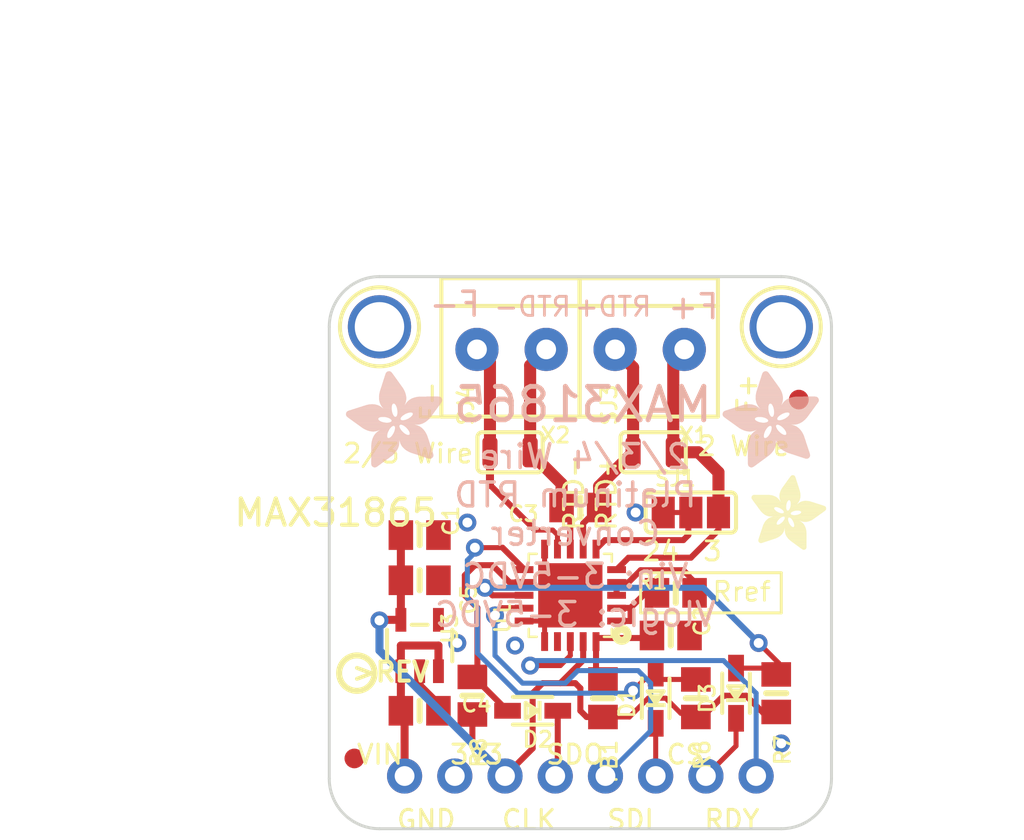
<source format=kicad_pcb>
(kicad_pcb (version 20171130) (host pcbnew 5.0.0-fee4fd1~66~ubuntu14.04.1)
  (layers (0 Top signal) (31 Bottom signal) (34 B.Paste user) (35 F.Paste user) (36 B.SilkS user) (37 F.SilkS user) (38 B.Mask user) (39 F.Mask user) (44 Edge.Cuts user))
  (net 0 "")
  (net 1 GND)
  (net 2 VDD)
  (net 3 VIN)
  (net 4 N$3)
  (net 5 /SDO)
  (net 6 "Net-(D3-PadA)")
  (net 7 "Net-(D2-PadA)")
  (net 8 "Net-(D1-PadA)")
  (net 9 "Net-(SJ4-Pad1)")
  (net 10 "Net-(C3-Pad2)")
  (net 11 "Net-(C3-Pad1)")
  (net 12 "Net-(SJ1-Pad2)")
  (net 13 "Net-(SJ1-Pad3)")
  (net 14 "Net-(R1-Pad1)")
  (net 15 "Net-(R1-Pad2)")
  (net 16 "Net-(C2-Pad1)")
  (net 17 /DRDY)
  (net 18 "Net-(U1-Pad17)")
  (net 19 "Net-(U3-Pad4)")
  (net 20 /CS_5V)
  (net 21 /SDI_5V)
  (net 22 /SCLK_5V)
  (module "Adafruit MAX31865:QFN20_4MM_0.65MM" (layer Top) (at 147.9931 107.1626 90)
    (fp_text reference U1 (at -2.005 -2.967 90) (layer F.SilkS) (effects (font (size 0.77216 0.77216) (thickness 0.138988)) (justify left bottom)))
    (fp_text value MAX31865)
    (pad PAD smd rect (at 0 0 90) (size 3.25 3.25) (layers Top F.Mask) (net 1 GND))
    (pad 15 smd rect (at -1.3 -2.34 90) (size 0.35 0.95) (layers Top F.Paste F.Mask) (net 1 GND))
    (pad 14 smd rect (at -0.65 -2.34 90) (size 0.35 0.95) (layers Top F.Paste F.Mask) (net 5 /SDO))
    (pad 13 smd rect (at 0 -2.34 90) (size 0.35 0.95) (layers Top F.Paste F.Mask) (net 6 "Net-(D3-PadA)"))
    (pad 12 smd rect (at 0.65 -2.34 90) (size 0.35 0.95) (layers Top F.Paste F.Mask) (net 7 "Net-(D2-PadA)"))
    (pad 11 smd rect (at 1.3 -2.34 90) (size 0.35 0.95) (layers Top F.Paste F.Mask) (net 8 "Net-(D1-PadA)"))
    (pad 10 smd rect (at 2.34 -1.3) (size 0.35 0.95) (layers Top F.Paste F.Mask) (net 1 GND))
    (pad 9 smd rect (at 2.34 -0.65) (size 0.35 0.95) (layers Top F.Paste F.Mask) (net 9 "Net-(SJ4-Pad1)"))
    (pad 8 smd rect (at 2.34 0) (size 0.35 0.95) (layers Top F.Paste F.Mask) (net 10 "Net-(C3-Pad2)"))
    (pad 7 smd rect (at 2.34 0.65) (size 0.35 0.95) (layers Top F.Paste F.Mask) (net 11 "Net-(C3-Pad1)"))
    (pad 6 smd rect (at 2.34 1.3) (size 0.35 0.95) (layers Top F.Paste F.Mask) (net 12 "Net-(SJ1-Pad2)"))
    (pad 5 smd rect (at 1.3 2.34 270) (size 0.35 0.95) (layers Top F.Paste F.Mask) (net 13 "Net-(SJ1-Pad3)"))
    (pad 4 smd rect (at 0.65 2.34 270) (size 0.35 0.95) (layers Top F.Paste F.Mask) (net 14 "Net-(R1-Pad1)"))
    (pad 3 smd rect (at 0 2.34 270) (size 0.35 0.95) (layers Top F.Paste F.Mask) (net 14 "Net-(R1-Pad1)"))
    (pad 2 smd rect (at -0.65 2.34 270) (size 0.35 0.95) (layers Top F.Paste F.Mask) (net 15 "Net-(R1-Pad2)"))
    (pad 1 smd rect (at -1.3 2.34 270) (size 0.35 0.95) (layers Top F.Paste F.Mask) (net 15 "Net-(R1-Pad2)"))
    (pad 20 smd rect (at -2.34 1.3 180) (size 0.35 0.95) (layers Top F.Paste F.Mask) (net 16 "Net-(C2-Pad1)"))
    (pad 19 smd rect (at -2.34 0.65 180) (size 0.35 0.95) (layers Top F.Paste F.Mask) (net 2 VDD))
    (pad 18 smd rect (at -2.34 0 180) (size 0.35 0.95) (layers Top F.Paste F.Mask) (net 17 /DRDY))
    (pad 17 smd rect (at -2.34 -0.65 180) (size 0.35 0.95) (layers Top F.Paste F.Mask) (net 18 "Net-(U1-Pad17)"))
    (pad 16 smd rect (at -2.34 -1.3 180) (size 0.35 0.95) (layers Top F.Paste F.Mask) (net 1 GND))
  )
  (module "Adafruit MAX31865:0805-NO" (layer Top) (at 140.3731 104.1146)
    (fp_text reference C1 (at 2.032 0.127 90) (layer F.SilkS) (effects (font (size 0.77216 0.77216) (thickness 0.138988)) (justify left bottom)))
    (fp_text value 0.1uF)
    (pad 2 smd rect (at 0.95 0) (size 1.24 1.5) (layers Top F.Paste F.Mask) (net 1 GND))
    (pad 1 smd rect (at -0.95 0) (size 1.24 1.5) (layers Top F.Paste F.Mask) (net 2 VDD))
  )
  (module "Adafruit MAX31865:0805-NO" (layer Top) (at 153.0731 109.1946)
    (fp_text reference C2 (at 2.032 0.127 90) (layer F.SilkS) (effects (font (size 0.77216 0.77216) (thickness 0.138988)) (justify left bottom)))
    (fp_text value 0.1uF)
    (pad 2 smd rect (at 0.95 0) (size 1.24 1.5) (layers Top F.Paste F.Mask) (net 1 GND))
    (pad 1 smd rect (at -0.95 0) (size 1.24 1.5) (layers Top F.Paste F.Mask) (net 16 "Net-(C2-Pad1)"))
  )
  (module "Adafruit MAX31865:0805-NO" (layer Top) (at 153.3271 107.0356 180)
    (fp_text reference R1 (at 2.032 0.127) (layer F.SilkS) (effects (font (size 0.77216 0.77216) (thickness 0.138988)) (justify left bottom)))
    (fp_text value "430Ω / 4300Ω 0.1%")
    (pad 2 smd rect (at 0.95 0 180) (size 1.24 1.5) (layers Top F.Paste F.Mask) (net 15 "Net-(R1-Pad2)"))
    (pad 1 smd rect (at -0.95 0 180) (size 1.24 1.5) (layers Top F.Paste F.Mask) (net 14 "Net-(R1-Pad1)"))
  )
  (module "Adafruit MAX31865:0805-NO" (layer Top) (at 148.5011 102.7176 180)
    (fp_text reference C3 (at 2.032 0.127) (layer F.SilkS) (effects (font (size 0.77216 0.77216) (thickness 0.138988)) (justify right top)))
    (fp_text value 100nF)
    (pad 2 smd rect (at 0.95 0 180) (size 1.24 1.5) (layers Top F.Paste F.Mask) (net 10 "Net-(C3-Pad2)"))
    (pad 1 smd rect (at -0.95 0 180) (size 1.24 1.5) (layers Top F.Paste F.Mask) (net 11 "Net-(C3-Pad1)"))
  )
  (module "Adafruit MAX31865:TERMBLOCK_1X2-3.5MM" (layer Top) (at 152.0571 94.7166 180)
    (fp_text reference X1 (at -3 -3.89) (layer F.SilkS) (effects (font (size 0.77216 0.77216) (thickness 0.138988)) (justify right top)))
    (fp_text value 3.5mm)
    (pad 2 thru_hole circle (at -1.7 0 180) (size 2.1844 2.1844) (drill 1) (layers *.Cu *.Mask) (net 13 "Net-(SJ1-Pad3)"))
    (pad 1 thru_hole circle (at 1.8 0 180) (size 2.1844 2.1844) (drill 1) (layers *.Cu *.Mask) (net 11 "Net-(C3-Pad1)"))
  )
  (module "Adafruit MAX31865:TERMBLOCK_1X2-3.5MM" (layer Top) (at 145.0721 94.7166 180)
    (fp_text reference X2 (at -3 -3.89) (layer F.SilkS) (effects (font (size 0.77216 0.77216) (thickness 0.138988)) (justify right top)))
    (fp_text value 3.5mm)
    (pad 2 thru_hole circle (at -1.7 0 180) (size 2.1844 2.1844) (drill 1) (layers *.Cu *.Mask) (net 10 "Net-(C3-Pad2)"))
    (pad 1 thru_hole circle (at 1.8 0 180) (size 2.1844 2.1844) (drill 1) (layers *.Cu *.Mask) (net 9 "Net-(SJ4-Pad1)"))
  )
  (module "Adafruit MAX31865:SOLDERJUMPER_2WAY_OPEN_NOPASTE" (layer Top) (at 154.0891 102.9716)
    (fp_text reference SJ1 (at -1.905 -1.27) (layer F.SilkS) (effects (font (size 0.77216 0.77216) (thickness 0.138988)) (justify left bottom)))
    (fp_text value SOLDERJUMPER_2WAY)
    (pad 2 smd rect (at 0 0) (size 1.1684 1.6002) (layers Top F.Mask) (net 12 "Net-(SJ1-Pad2)"))
    (pad 3 smd rect (at 1.397 0) (size 1.1684 1.6002) (layers Top F.Mask) (net 13 "Net-(SJ1-Pad3)"))
    (pad 1 smd rect (at -1.397 0) (size 1.1684 1.6002) (layers Top F.Mask) (net 1 GND))
  )
  (module "Adafruit MAX31865:SOLDERJUMPER_ARROW_NOPASTE" (layer Top) (at 152.1841 99.9236)
    (fp_text reference SJ3 (at -1.778 -1.27 90) (layer F.SilkS) (effects (font (size 0.77216 0.77216) (thickness 0.138988)) (justify left bottom)))
    (fp_text value SOLDERJUMPER)
    (pad 2 smd roundrect (at 1.016 0) (size 0.762 1.524) (layers Top F.Mask) (net 13 "Net-(SJ1-Pad3)"))
    (pad 1 smd roundrect (at -1.016 0) (size 0.762 1.524) (layers Top F.Mask) (net 11 "Net-(C3-Pad1)"))
  )
  (module "Adafruit MAX31865:SOLDERJUMPER_ARROW_NOPASTE" (layer Top) (at 144.9451 99.9236)
    (fp_text reference SJ4 (at -1.778 -1.27 90) (layer F.SilkS) (effects (font (size 0.77216 0.77216) (thickness 0.138988)) (justify left bottom)))
    (fp_text value SOLDERJUMPER)
    (pad 2 smd roundrect (at 1.016 0) (size 0.762 1.524) (layers Top F.Mask) (net 10 "Net-(C3-Pad2)"))
    (pad 1 smd roundrect (at -1.016 0) (size 0.762 1.524) (layers Top F.Mask) (net 9 "Net-(SJ4-Pad1)"))
  )
  (module "Adafruit MAX31865:FIDUCIAL_1MM" (layer Top) (at 159.5501 97.2566 90)
    (fp_text reference FID1 hide)
    (fp_text value FIDUCIAL"" hide)
    (pad 1 smd roundrect (at 0 0 90) (size 1 1) (layers Top F.Mask) (roundrect_rratio 0.5))
  )
  (module "Adafruit MAX31865:FIDUCIAL_1MM" (layer Top) (at 137.0711 115.4176 90)
    (fp_text reference FID2 hide)
    (fp_text value FIDUCIAL"" hide)
    (pad 1 smd roundrect (at 0 0 90) (size 1 1) (layers Top F.Mask) (roundrect_rratio 0.5))
  )
  (module "Adafruit MAX31865:SOT23-5" (layer Top) (at 140.3731 109.7026)
    (fp_text reference U3 (at 1.978 0 90) (layer F.SilkS) (effects (font (size 0.77216 0.77216) (thickness 0.138988)) (justify left bottom)))
    (fp_text value MIC5225-3.3)
    (pad 5 smd rect (at -0.95 -1.3001) (size 0.55 1.2) (layers Top F.Paste F.Mask) (net 2 VDD))
    (pad 4 smd rect (at 0.95 -1.3001) (size 0.55 1.2) (layers Top F.Paste F.Mask) (net 19 "Net-(U3-Pad4)"))
    (pad 3 smd rect (at 0.95 1.3001) (size 0.55 1.2) (layers Top F.Paste F.Mask) (net 3 VIN))
    (pad 2 smd rect (at 0 1.3001) (size 0.55 1.2) (layers Top F.Paste F.Mask) (net 1 GND))
    (pad 1 smd rect (at -0.95 1.3001) (size 0.55 1.2) (layers Top F.Paste F.Mask) (net 3 VIN))
  )
  (module "Adafruit MAX31865:0805-NO" (layer Top) (at 140.3731 113.0046)
    (fp_text reference C4 (at 2.032 0.127) (layer F.SilkS) (effects (font (size 0.77216 0.77216) (thickness 0.138988)) (justify left bottom)))
    (fp_text value 10uF)
    (pad 2 smd rect (at 0.95 0) (size 1.24 1.5) (layers Top F.Paste F.Mask) (net 1 GND))
    (pad 1 smd rect (at -0.95 0) (size 1.24 1.5) (layers Top F.Paste F.Mask) (net 3 VIN))
  )
  (module "Adafruit MAX31865:0805-NO" (layer Top) (at 140.3731 106.4006)
    (fp_text reference C5 (at 2.032 0.127 90) (layer F.SilkS) (effects (font (size 0.77216 0.77216) (thickness 0.138988)) (justify right top)))
    (fp_text value 10uF)
    (pad 2 smd rect (at 0.95 0) (size 1.24 1.5) (layers Top F.Paste F.Mask) (net 1 GND))
    (pad 1 smd rect (at -0.95 0) (size 1.24 1.5) (layers Top F.Paste F.Mask) (net 2 VDD))
  )
  (module "Adafruit MAX31865:1X08_ROUND_70" (layer Top) (at 148.5011 116.3066)
    (fp_text reference JP1 hide)
    (fp_text value HEADER-1X870MIL)
    (pad 8 thru_hole circle (at 8.89 0 90) (size 1.778 1.778) (drill 1) (layers *.Cu *.Mask) (net 17 /DRDY))
    (pad 7 thru_hole circle (at 6.35 0 90) (size 1.778 1.778) (drill 1) (layers *.Cu *.Mask) (net 20 /CS_5V))
    (pad 6 thru_hole circle (at 3.81 0 90) (size 1.778 1.778) (drill 1) (layers *.Cu *.Mask) (net 21 /SDI_5V))
    (pad 5 thru_hole circle (at 1.27 0 90) (size 1.778 1.778) (drill 1) (layers *.Cu *.Mask) (net 5 /SDO))
    (pad 4 thru_hole circle (at -1.27 0 90) (size 1.778 1.778) (drill 1) (layers *.Cu *.Mask) (net 22 /SCLK_5V))
    (pad 3 thru_hole circle (at -3.81 0 90) (size 1.778 1.778) (drill 1) (layers *.Cu *.Mask) (net 2 VDD))
    (pad 2 thru_hole circle (at -6.35 0 90) (size 1.778 1.778) (drill 1) (layers *.Cu *.Mask) (net 1 GND))
    (pad 1 thru_hole circle (at -8.89 0 90) (size 1.778 1.778) (drill 1) (layers *.Cu *.Mask) (net 3 VIN))
  )
  (module "Adafruit MAX31865:ADAFRUIT_3.5MM" (layer Top) (at 157.1371 104.8766)
    (fp_text reference U$16 hide)
    (fp_text value "" hide)
  )
  (module "Adafruit MAX31865:0805-NO" (layer Top) (at 154.3431 112.3696 270)
    (fp_text reference R6 (at 2.032 0.127 90) (layer F.SilkS) (effects (font (size 0.77216 0.77216) (thickness 0.138988)) (justify right top)))
    (fp_text value 10K)
    (pad 2 smd rect (at 0.95 0 270) (size 1.24 1.5) (layers Top F.Paste F.Mask) (net 2 VDD))
    (pad 1 smd rect (at -0.95 0 270) (size 1.24 1.5) (layers Top F.Paste F.Mask) (net 8 "Net-(D1-PadA)"))
  )
  (module "Adafruit MAX31865:0805-NO" (layer Top) (at 158.4071 112.1156 270)
    (fp_text reference R7 (at 2.032 0.127 90) (layer F.SilkS) (effects (font (size 0.77216 0.77216) (thickness 0.138988)) (justify right top)))
    (fp_text value 10K)
    (pad 2 smd rect (at 0.95 0 270) (size 1.24 1.5) (layers Top F.Paste F.Mask) (net 2 VDD))
    (pad 1 smd rect (at -0.95 0 270) (size 1.24 1.5) (layers Top F.Paste F.Mask) (net 6 "Net-(D3-PadA)"))
  )
  (module "Adafruit MAX31865:0805-NO" (layer Top) (at 143.0401 112.2426 270)
    (fp_text reference R8 (at 2.032 0.127 90) (layer F.SilkS) (effects (font (size 0.77216 0.77216) (thickness 0.138988)) (justify right top)))
    (fp_text value 10K)
    (pad 2 smd rect (at 0.95 0 270) (size 1.24 1.5) (layers Top F.Paste F.Mask) (net 2 VDD))
    (pad 1 smd rect (at -0.95 0 270) (size 1.24 1.5) (layers Top F.Paste F.Mask) (net 7 "Net-(D2-PadA)"))
  )
  (module "Adafruit MAX31865:SOD-323" (layer Top) (at 152.3111 112.3696 90)
    (fp_text reference D1 (at -1.1 -1 90) (layer F.SilkS) (effects (font (size 0.77216 0.77216) (thickness 0.138988)) (justify left bottom)))
    (fp_text value 1N4148)
    (pad A smd rect (at 1.27 0 90) (size 1.35 0.8) (layers Top F.Paste F.Mask) (net 8 "Net-(D1-PadA)"))
    (pad C smd rect (at -1.27 0 90) (size 1.35 0.8) (layers Top F.Paste F.Mask) (net 21 /SDI_5V))
  )
  (module "Adafruit MAX31865:SOD-323" (layer Top) (at 146.0881 113.0046 180)
    (fp_text reference D2 (at -1.1 -1) (layer F.SilkS) (effects (font (size 0.77216 0.77216) (thickness 0.138988)) (justify right top)))
    (fp_text value 1N4148)
    (pad A smd rect (at 1.27 0 180) (size 1.35 0.8) (layers Top F.Paste F.Mask) (net 7 "Net-(D2-PadA)"))
    (pad C smd rect (at -1.27 0 180) (size 1.35 0.8) (layers Top F.Paste F.Mask) (net 22 /SCLK_5V))
  )
  (module "Adafruit MAX31865:SOD-323" (layer Top) (at 156.3751 112.1156 90)
    (fp_text reference D3 (at -1.1 -1 90) (layer F.SilkS) (effects (font (size 0.77216 0.77216) (thickness 0.138988)) (justify left bottom)))
    (fp_text value 1N4148)
    (pad A smd rect (at 1.27 0 90) (size 1.35 0.8) (layers Top F.Paste F.Mask) (net 6 "Net-(D3-PadA)"))
    (pad C smd rect (at -1.27 0 90) (size 1.35 0.8) (layers Top F.Paste F.Mask) (net 20 /CS_5V))
  )
  (module "Adafruit MAX31865:MOUNTINGHOLE_2.5_PLATED" (layer Top) (at 138.3411 93.5736)
    (fp_text reference U$18 hide)
    (fp_text value MOUNTINGHOLE2.5 hide)
    (pad P$1 thru_hole circle (at 0 0) (size 3.2 3.2) (drill 2.5) (layers *.Cu *.Mask))
  )
  (module "Adafruit MAX31865:MOUNTINGHOLE_2.5_PLATED" (layer Top) (at 158.6611 93.5736)
    (fp_text reference U$19 hide)
    (fp_text value MOUNTINGHOLE2.5 hide)
    (pad P$1 thru_hole circle (at 0 0) (size 3.2 3.2) (drill 2.5) (layers *.Cu *.Mask))
  )
  (module "Adafruit MAX31865:PCBFEAT-REV-040" (layer Top) (at 137.1981 111.0996)
    (fp_text reference U$8 hide)
    (fp_text value "" hide)
    (fp_text user >REV (at -0.3556 0.508) (layer F.SilkS) (effects (font (size 0.9652 0.9652) (thickness 0.2032)) (justify left bottom)))
  )
  (module "Adafruit MAX31865:ADAFRUIT_5MM" (layer Bottom) (at 141.5161 100.6856 180)
    (fp_text reference U$20 hide)
    (fp_text value "" hide)
  )
  (module "Adafruit MAX31865:ADAFRUIT_5MM" (layer Bottom) (at 160.5661 100.6856 180)
    (fp_text reference U$21 hide)
    (fp_text value "" hide)
  )
  (module "Adafruit MAX31865:0805-NO" (layer Top) (at 149.6441 112.3696 270)
    (fp_text reference FB1 (at 2.032 0.127 90) (layer F.SilkS) (effects (font (size 0.77216 0.77216) (thickness 0.138988)) (justify right top)))
    (fp_text value FERRITE-0805NO)
    (pad 2 smd rect (at 0.95 0 270) (size 1.24 1.5) (layers Top F.Paste F.Mask) (net 2 VDD))
    (pad 1 smd rect (at -0.95 0 270) (size 1.24 1.5) (layers Top F.Paste F.Mask) (net 16 "Net-(C2-Pad1)"))
  )
  (gr_line (start 138.3411 118.9736) (end 158.6611 118.9736) (layer Edge.Cuts) (width 0.15))
  (gr_arc (start 158.6611 116.4336) (end 158.6611 118.9736) (angle -90) (layer Edge.Cuts) (width 0.15))
  (gr_line (start 161.2011 116.4336) (end 161.2011 93.5736) (layer Edge.Cuts) (width 0.15))
  (gr_arc (start 158.6611 93.5736) (end 161.2011 93.5736) (angle -90) (layer Edge.Cuts) (width 0.15))
  (gr_line (start 158.6611 91.0336) (end 138.3411 91.0336) (layer Edge.Cuts) (width 0.15))
  (gr_arc (start 138.3411 93.5736) (end 138.3411 91.0336) (angle -90) (layer Edge.Cuts) (width 0.15))
  (gr_line (start 135.8011 93.5736) (end 135.8011 116.4336) (layer Edge.Cuts) (width 0.15))
  (gr_arc (start 138.3411 116.4336) (end 135.8011 116.4336) (angle -90) (layer Edge.Cuts) (width 0.15))
  (gr_text SDI (at 152.3111 117.9576) (layer F.SilkS) (effects (font (size 0.9652 0.9652) (thickness 0.1524)) (justify right top)))
  (gr_text CLK (at 147.3581 117.9576) (layer F.SilkS) (effects (font (size 0.9652 0.9652) (thickness 0.1524)) (justify right top)))
  (gr_text CS (at 154.8511 114.6556) (layer F.SilkS) (effects (font (size 0.9652 0.9652) (thickness 0.1524)) (justify right top)))
  (gr_text SDO (at 149.7711 114.6556) (layer F.SilkS) (effects (font (size 0.9652 0.9652) (thickness 0.1524)) (justify right top)))
  (gr_text RDY (at 157.6451 117.9576) (layer F.SilkS) (effects (font (size 0.9652 0.9652) (thickness 0.1524)) (justify right top)))
  (gr_text 3V3 (at 144.6911 114.6556) (layer F.SilkS) (effects (font (size 0.9652 0.9652) (thickness 0.1524)) (justify right top)))
  (gr_text VIN (at 139.6111 114.6556) (layer F.SilkS) (effects (font (size 0.9652 0.9652) (thickness 0.1524)) (justify right top)))
  (gr_text GND (at 142.2781 117.9576) (layer F.SilkS) (effects (font (size 0.9652 0.9652) (thickness 0.1524)) (justify right top)))
  (gr_text MAX31865 (at 141.3891 102.2096) (layer F.SilkS) (effects (font (size 1.32715 1.32715) (thickness 0.20955)) (justify right top)))
  (gr_text F+ (at 156.3751 95.8596 90) (layer F.SilkS) (effects (font (size 0.9652 0.9652) (thickness 0.1524)) (justify right top)))
  (gr_text RTD+ (at 149.2631 99.9236 90) (layer F.SilkS) (effects (font (size 0.9652 0.9652) (thickness 0.1524)) (justify right top)))
  (gr_text RTD- (at 147.6121 99.9236 90) (layer F.SilkS) (effects (font (size 0.9652 0.9652) (thickness 0.1524)) (justify right top)))
  (gr_text F- (at 140.3731 96.2406 90) (layer F.SilkS) (effects (font (size 0.9652 0.9652) (thickness 0.1524)) (justify right top)))
  (gr_text 24 (at 153.5811 104.3686) (layer F.SilkS) (effects (font (size 0.9652 0.9652) (thickness 0.14224)) (justify right top)))
  (gr_text 3 (at 155.7401 104.3686) (layer F.SilkS) (effects (font (size 0.9652 0.9652) (thickness 0.14224)) (justify right top)))
  (gr_text "2/3 Wire" (at 143.1671 99.4156) (layer F.SilkS) (effects (font (size 0.9652 0.9652) (thickness 0.14224)) (justify right top)))
  (gr_text "2 Wire" (at 154.3431 100.1776) (layer F.SilkS) (effects (font (size 0.9652 0.9652) (thickness 0.14224)) (justify left bottom)))
  (gr_text Rref (at 155.1051 107.5436) (layer F.SilkS) (effects (font (size 0.9652 0.9652) (thickness 0.13208)) (justify left bottom)))
  (gr_line (start 151.5491 106.0196) (end 158.6611 106.0196) (layer F.SilkS) (width 0.15))
  (gr_line (start 158.6611 106.0196) (end 158.6611 108.0516) (layer F.SilkS) (width 0.15))
  (gr_line (start 158.6611 108.0516) (end 151.5491 108.0516) (layer F.SilkS) (width 0.15))
  (gr_line (start 151.5491 108.0516) (end 151.5491 106.0196) (layer F.SilkS) (width 0.15))
  (gr_text MAX31865 (at 148.6281 97.5106) (layer B.SilkS) (effects (font (size 1.6891 1.6891) (thickness 0.24892)) (justify mirror)))
  (gr_text "2/3/4 Wire \nPlatinum RTD\nConverter" (at 148.2471 102.0826) (layer B.SilkS) (effects (font (size 1.2065 1.2065) (thickness 0.1778)) (justify mirror)))
  (gr_text "Vin: 3-5VDC\nVlogic: 3-5VDC" (at 148.2471 107.1626) (layer B.SilkS) (effects (font (size 1.2065 1.2065) (thickness 0.1778)) (justify mirror)))
  (gr_text F- (at 142.1511 92.4306) (layer B.SilkS) (effects (font (size 1.2065 1.2065) (thickness 0.1778)) (justify mirror)))
  (gr_text F+ (at 154.2161 92.5576) (layer B.SilkS) (effects (font (size 1.2065 1.2065) (thickness 0.1778)) (justify mirror)))
  (gr_text RTD+ (at 150.1521 92.5576) (layer B.SilkS) (effects (font (size 0.9652 0.9652) (thickness 0.14224)) (justify mirror)))
  (gr_text RTD- (at 146.0881 92.5576) (layer B.SilkS) (effects (font (size 0.9652 0.9652) (thickness 0.14224)) (justify mirror)))
  (segment (start 140.3731 111.0027) (end 140.3731 111.7346) (width 0.4064) (layer Top) (net 1))
  (segment (start 140.3731 111.7346) (end 141.3231 112.6846) (width 0.4064) (layer Top) (net 1))
  (segment (start 141.3231 112.6846) (end 141.3231 113.0046) (width 0.4064) (layer Top) (net 1))
  (via (at 151.2951 102.9716) (size 0.9064) (drill 0.5) (layers Top Bottom) (net 1))
  (via (at 158.6611 114.6556) (size 0.9064) (drill 0.5) (layers Top Bottom) (net 1))
  (via (at 145.1991 109.7026) (size 0.9064) (drill 0.5) (layers Top Bottom) (net 1))
  (via (at 142.7861 103.4796) (size 0.9064) (drill 0.5) (layers Top Bottom) (net 1))
  (via (at 142.2781 109.5756) (size 0.9064) (drill 0.5) (layers Top Bottom) (net 1))
  (segment (start 146.6931 109.5026) (end 146.6931 108.2086) (width 0.254) (layer Top) (net 1))
  (segment (start 146.6931 104.8226) (end 146.6931 105.6086) (width 0.254) (layer Top) (net 1))
  (segment (start 147.9931 107.1626) (end 148.8821 108.0516) (width 0.3048) (layer Top) (net 1))
  (segment (start 147.9931 107.1626) (end 146.6931 108.4626) (width 0.254) (layer Top) (net 1))
  (segment (start 146.6931 108.4626) (end 145.6531 108.4626) (width 0.254) (layer Top) (net 1))
  (segment (start 139.4231 108.4025) (end 139.4231 106.4006) (width 0.4064) (layer Top) (net 2))
  (segment (start 139.4231 106.4006) (end 139.4231 104.1146) (width 0.4064) (layer Top) (net 2))
  (segment (start 139.4231 108.4025) (end 138.3712 108.4025) (width 0.4064) (layer Top) (net 2))
  (segment (start 138.3712 108.4025) (end 138.3411 108.4326) (width 0.4064) (layer Top) (net 2))
  (via (at 138.3411 108.4326) (size 0.9064) (drill 0.5) (layers Top Bottom) (net 2))
  (segment (start 138.3411 108.4326) (end 138.3411 109.9566) (width 0.4064) (layer Bottom) (net 2))
  (segment (start 138.3411 109.9566) (end 144.6911 116.3066) (width 0.4064) (layer Bottom) (net 2))
  (segment (start 154.3431 113.3196) (end 154.6631 113.3196) (width 0.3048) (layer Top) (net 2))
  (segment (start 154.6631 113.3196) (end 154.7241 113.2586) (width 0.3048) (layer Top) (net 2))
  (segment (start 155.7401 112.2426) (end 156.8831 112.2426) (width 0.3048) (layer Top) (net 2))
  (segment (start 156.8831 112.2426) (end 157.7721 113.1316) (width 0.3048) (layer Top) (net 2))
  (segment (start 157.7721 113.1316) (end 158.3411 113.1316) (width 0.3048) (layer Top) (net 2))
  (segment (start 158.3411 113.1316) (end 158.4071 113.0656) (width 0.3048) (layer Top) (net 2))
  (segment (start 155.7401 112.2426) (end 154.7241 113.2586) (width 0.3048) (layer Top) (net 2))
  (segment (start 154.7241 113.2586) (end 154.2161 113.2586) (width 0.3048) (layer Top) (net 2))
  (segment (start 150.9801 113.3196) (end 151.9301 112.3696) (width 0.254) (layer Top) (net 2))
  (segment (start 151.9301 112.3696) (end 152.8191 112.3696) (width 0.254) (layer Top) (net 2))
  (segment (start 152.8191 112.3696) (end 153.5811 113.1316) (width 0.254) (layer Top) (net 2))
  (segment (start 153.5811 113.1316) (end 154.1551 113.1316) (width 0.254) (layer Top) (net 2))
  (segment (start 154.1551 113.1316) (end 154.3431 113.3196) (width 0.254) (layer Top) (net 2))
  (segment (start 148.6431 109.5026) (end 148.6431 110.4496) (width 0.3048) (layer Top) (net 2))
  (segment (start 148.6431 110.4496) (end 147.4851 111.6076) (width 0.3048) (layer Top) (net 2))
  (segment (start 147.4851 111.6076) (end 146.5961 111.6076) (width 0.3048) (layer Top) (net 2))
  (segment (start 146.5961 111.6076) (end 146.0881 112.1156) (width 0.3048) (layer Top) (net 2))
  (segment (start 146.0881 112.1156) (end 146.0881 114.9096) (width 0.3048) (layer Top) (net 2))
  (segment (start 146.0881 114.9096) (end 144.6911 116.3066) (width 0.3048) (layer Top) (net 2))
  (segment (start 150.9801 113.3196) (end 149.6441 113.3196) (width 0.254) (layer Top) (net 2))
  (segment (start 149.6441 113.3196) (end 148.8161 113.3196) (width 0.3048) (layer Top) (net 2))
  (segment (start 148.8161 113.3196) (end 148.5011 113.0046) (width 0.3048) (layer Top) (net 2))
  (segment (start 148.5011 113.0046) (end 148.5011 111.8616) (width 0.3048) (layer Top) (net 2))
  (segment (start 147.4851 111.6076) (end 148.2471 111.6076) (width 0.3048) (layer Top) (net 2))
  (segment (start 148.2471 111.6076) (end 148.5011 111.8616) (width 0.3048) (layer Top) (net 2))
  (segment (start 144.6911 116.3066) (end 143.0401 114.6556) (width 0.3048) (layer Top) (net 2))
  (segment (start 143.0401 114.6556) (end 143.0401 113.1926) (width 0.3048) (layer Top) (net 2))
  (segment (start 150.3331 108.4626) (end 151.0411 108.4626) (width 0.3048) (layer Top) (net 15))
  (segment (start 151.0411 108.4626) (end 151.0411 107.7976) (width 0.3048) (layer Top) (net 15))
  (segment (start 151.0411 107.7976) (end 150.3331 107.7976) (width 0.3048) (layer Top) (net 15))
  (segment (start 150.3331 107.7976) (end 150.3331 107.8126) (width 0.3048) (layer Top) (net 15))
  (segment (start 151.0411 107.7976) (end 151.8031 107.0356) (width 0.3048) (layer Top) (net 15))
  (segment (start 151.8031 107.0356) (end 152.3771 107.0356) (width 0.3048) (layer Top) (net 15))
  (segment (start 150.3331 107.1626) (end 150.3331 106.5126) (width 0.3048) (layer Top) (net 14))
  (segment (start 150.3331 106.5126) (end 150.9291 106.5126) (width 0.3048) (layer Top) (net 14))
  (segment (start 150.9291 106.5126) (end 151.5491 105.8926) (width 0.3048) (layer Top) (net 14))
  (segment (start 151.5491 105.8926) (end 153.7081 105.8926) (width 0.3048) (layer Top) (net 14))
  (segment (start 153.7081 105.8926) (end 153.9621 106.1466) (width 0.3048) (layer Top) (net 14))
  (segment (start 153.9621 106.1466) (end 154.2771 106.4616) (width 0.254) (layer Top) (net 14))
  (segment (start 154.2771 106.4616) (end 154.2771 107.0356) (width 0.254) (layer Top) (net 14))
  (segment (start 149.4511 101.6406) (end 151.1681 99.9236) (width 0.6096) (layer Top) (net 11))
  (segment (start 150.2571 94.7166) (end 151.1681 95.6276) (width 0.6096) (layer Top) (net 11))
  (segment (start 151.1681 95.6276) (end 151.1681 99.9236) (width 0.6096) (layer Top) (net 11))
  (segment (start 149.4511 101.6406) (end 149.4511 102.7176) (width 0.6096) (layer Top) (net 11))
  (segment (start 148.6431 104.8226) (end 148.6431 103.5256) (width 0.3048) (layer Top) (net 11))
  (segment (start 148.6431 103.5256) (end 149.4511 102.7176) (width 0.3048) (layer Top) (net 11))
  (segment (start 150.3331 105.8626) (end 150.9381 105.2576) (width 0.3048) (layer Top) (net 13))
  (segment (start 150.9381 105.2576) (end 154.0891 105.2576) (width 0.3048) (layer Top) (net 13))
  (segment (start 154.0891 105.2576) (end 155.4861 103.8606) (width 0.3048) (layer Top) (net 13))
  (segment (start 155.4861 103.8606) (end 155.4861 102.9716) (width 0.3048) (layer Top) (net 13))
  (segment (start 153.7571 94.7166) (end 153.2001 95.2736) (width 0.6096) (layer Top) (net 13))
  (segment (start 153.2001 95.2736) (end 153.2001 99.9236) (width 0.6096) (layer Top) (net 13))
  (segment (start 155.4861 102.9716) (end 155.4861 100.9396) (width 0.6096) (layer Top) (net 13))
  (segment (start 155.4861 100.9396) (end 154.4701 99.9236) (width 0.6096) (layer Top) (net 13))
  (segment (start 154.4701 99.9236) (end 153.2001 99.9236) (width 0.6096) (layer Top) (net 13))
  (segment (start 149.2931 104.8226) (end 149.7471 104.3686) (width 0.3048) (layer Top) (net 12))
  (segment (start 149.7471 104.3686) (end 153.7081 104.3686) (width 0.3048) (layer Top) (net 12))
  (segment (start 153.7081 104.3686) (end 153.9621 104.1146) (width 0.3048) (layer Top) (net 12))
  (segment (start 153.9621 104.1146) (end 153.9621 103.0986) (width 0.3048) (layer Top) (net 12))
  (segment (start 153.9621 103.0986) (end 154.0891 102.9716) (width 0.3048) (layer Top) (net 12))
  (segment (start 147.3431 104.8226) (end 147.3431 104.0996) (width 0.254) (layer Top) (net 9))
  (segment (start 147.3431 104.0996) (end 147.1041 103.8606) (width 0.254) (layer Top) (net 9))
  (segment (start 147.1041 103.8606) (end 146.2151 103.8606) (width 0.254) (layer Top) (net 9))
  (segment (start 143.9291 99.9236) (end 143.9291 95.3736) (width 0.6096) (layer Top) (net 9))
  (segment (start 143.9291 95.3736) (end 143.2721 94.7166) (width 0.6096) (layer Top) (net 9))
  (segment (start 143.9291 101.5746) (end 143.9291 99.9236) (width 0.4064) (layer Top) (net 9))
  (segment (start 146.2151 103.8606) (end 143.9291 101.5746) (width 0.3048) (layer Top) (net 9))
  (segment (start 145.9611 99.9236) (end 145.9611 95.5276) (width 0.6096) (layer Top) (net 10))
  (segment (start 145.9611 95.5276) (end 146.7721 94.7166) (width 0.6096) (layer Top) (net 10))
  (segment (start 145.9611 99.9236) (end 147.5511 101.5136) (width 0.6096) (layer Top) (net 10))
  (segment (start 147.5511 101.5136) (end 147.5511 102.7176) (width 0.6096) (layer Top) (net 10))
  (segment (start 147.5511 103.0376) (end 147.5511 102.7176) (width 0.3048) (layer Top) (net 10))
  (segment (start 147.9931 104.8226) (end 147.9931 103.1596) (width 0.3048) (layer Top) (net 10))
  (segment (start 147.9931 103.1596) (end 147.5511 102.7176) (width 0.3048) (layer Top) (net 10))
  (segment (start 158.4071 111.1656) (end 158.0871 110.8456) (width 0.254) (layer Top) (net 6))
  (segment (start 158.0871 110.8456) (end 156.3751 110.8456) (width 0.254) (layer Top) (net 6))
  (segment (start 145.6531 107.1626) (end 144.0561 107.1626) (width 0.3048) (layer Top) (net 6))
  (segment (start 144.0561 107.1626) (end 143.6751 106.7816) (width 0.3048) (layer Top) (net 6))
  (via (at 143.6751 106.7816) (size 0.9064) (drill 0.5) (layers Top Bottom) (net 6))
  (via (at 157.5181 109.5756) (size 0.9064) (drill 0.5) (layers Top Bottom) (net 6))
  (segment (start 158.5341 111.0386) (end 158.4071 111.1656) (width 0.3048) (layer Top) (net 6))
  (segment (start 143.6751 106.7816) (end 154.7241 106.7816) (width 0.3048) (layer Bottom) (net 6))
  (segment (start 154.7241 106.7816) (end 157.5181 109.5756) (width 0.3048) (layer Bottom) (net 6))
  (segment (start 158.5341 111.0386) (end 158.5341 110.5916) (width 0.254) (layer Top) (net 6))
  (segment (start 158.5341 110.5916) (end 157.5181 109.5756) (width 0.254) (layer Top) (net 6))
  (segment (start 145.6531 106.5126) (end 144.9301 106.5126) (width 0.3048) (layer Top) (net 7))
  (segment (start 144.9301 106.5126) (end 144.0561 105.6386) (width 0.3048) (layer Top) (net 7))
  (segment (start 144.0561 105.6386) (end 143.1671 105.6386) (width 0.3048) (layer Top) (net 7))
  (segment (start 143.1671 105.6386) (end 142.6591 106.1466) (width 0.3048) (layer Top) (net 7))
  (segment (start 142.6591 106.1466) (end 142.6591 107.1626) (width 0.3048) (layer Top) (net 7))
  (segment (start 142.6591 107.1626) (end 143.2941 107.7976) (width 0.3048) (layer Top) (net 7))
  (segment (start 143.2941 107.7976) (end 143.2941 111.0386) (width 0.3048) (layer Top) (net 7))
  (segment (start 143.2941 111.0386) (end 143.0401 111.2926) (width 0.3048) (layer Top) (net 7))
  (segment (start 144.8181 113.0046) (end 143.1061 111.2926) (width 0.3048) (layer Top) (net 7))
  (segment (start 143.1061 111.2926) (end 143.0401 111.2926) (width 0.3048) (layer Top) (net 7))
  (segment (start 152.3111 111.0996) (end 152.3111 111.4196) (width 0.254) (layer Top) (net 8))
  (segment (start 152.3111 111.4196) (end 154.3431 111.4196) (width 0.254) (layer Top) (net 8))
  (via (at 151.1681 111.9886) (size 0.9064) (drill 0.5) (layers Top Bottom) (net 8))
  (segment (start 145.3261 112.1156) (end 143.2941 110.0836) (width 0.254) (layer Bottom) (net 8))
  (segment (start 143.2941 110.0836) (end 143.2941 107.7976) (width 0.254) (layer Bottom) (net 8))
  (segment (start 143.2941 107.7976) (end 142.7861 107.2896) (width 0.254) (layer Bottom) (net 8))
  (segment (start 142.7861 107.2896) (end 142.7861 105.3846) (width 0.254) (layer Bottom) (net 8))
  (segment (start 142.7861 105.3846) (end 143.4211 104.7496) (width 0.254) (layer Bottom) (net 8))
  (segment (start 143.4211 104.7496) (end 143.1671 104.7496) (width 0.254) (layer Bottom) (net 8))
  (via (at 143.1671 104.7496) (size 0.9064) (drill 0.5) (layers Top Bottom) (net 8))
  (segment (start 143.1671 104.7496) (end 144.5641 104.7496) (width 0.254) (layer Top) (net 8))
  (segment (start 144.5641 104.7496) (end 145.6531 105.8386) (width 0.3048) (layer Top) (net 8))
  (segment (start 145.6531 105.8386) (end 145.6531 105.8626) (width 0.3048) (layer Top) (net 8))
  (segment (start 145.3261 112.1156) (end 151.0411 112.1156) (width 0.254) (layer Bottom) (net 8))
  (segment (start 151.0411 112.1156) (end 151.1681 111.9886) (width 0.254) (layer Bottom) (net 8))
  (segment (start 152.3111 111.4196) (end 151.7371 111.4196) (width 0.254) (layer Top) (net 8))
  (segment (start 151.7371 111.4196) (end 151.1681 111.9886) (width 0.254) (layer Top) (net 8))
  (segment (start 152.3111 113.6396) (end 152.3111 116.3066) (width 0.254) (layer Top) (net 21))
  (segment (start 147.3581 113.0046) (end 147.3581 116.3066) (width 0.3048) (layer Top) (net 22))
  (segment (start 147.3581 116.3066) (end 147.2311 116.3066) (width 0.3048) (layer Top) (net 22))
  (segment (start 156.3751 113.3856) (end 156.3751 114.7826) (width 0.254) (layer Top) (net 20))
  (segment (start 156.3751 114.7826) (end 154.8511 116.3066) (width 0.254) (layer Top) (net 20))
  (segment (start 147.9931 109.5026) (end 147.9931 110.2106) (width 0.254) (layer Top) (net 17))
  (segment (start 147.9931 110.2106) (end 147.4851 110.7186) (width 0.254) (layer Top) (net 17))
  (segment (start 147.4851 110.7186) (end 145.9611 110.7186) (width 0.254) (layer Top) (net 17))
  (via (at 145.9611 110.7186) (size 0.9064) (drill 0.5) (layers Top Bottom) (net 17))
  (segment (start 145.9611 110.7186) (end 146.2151 110.4646) (width 0.254) (layer Bottom) (net 17))
  (segment (start 146.2151 110.4646) (end 155.7401 110.4646) (width 0.254) (layer Bottom) (net 17))
  (segment (start 155.7401 110.4646) (end 155.9941 110.7186) (width 0.254) (layer Bottom) (net 17))
  (segment (start 155.9941 110.7186) (end 157.3911 112.1156) (width 0.254) (layer Bottom) (net 17))
  (segment (start 157.3911 112.1156) (end 157.3911 116.3066) (width 0.254) (layer Bottom) (net 17))
  (segment (start 145.6531 107.8126) (end 144.5491 107.8126) (width 0.3048) (layer Top) (net 5))
  (segment (start 144.5491 107.8126) (end 144.1831 108.1786) (width 0.3048) (layer Top) (net 5))
  (via (at 144.1831 108.1786) (size 0.9064) (drill 0.5) (layers Top Bottom) (net 5))
  (segment (start 150.0251 116.0526) (end 149.7711 116.3066) (width 0.3048) (layer Bottom) (net 5))
  (segment (start 144.1831 108.1786) (end 144.1831 110.2106) (width 0.254) (layer Bottom) (net 5))
  (segment (start 144.1831 110.2106) (end 145.5801 111.6076) (width 0.254) (layer Bottom) (net 5))
  (segment (start 145.5801 111.6076) (end 147.7391 111.6076) (width 0.254) (layer Bottom) (net 5))
  (segment (start 147.7391 111.6076) (end 148.3741 110.9726) (width 0.254) (layer Bottom) (net 5))
  (segment (start 149.8981 116.1796) (end 149.7711 116.3066) (width 0.254) (layer Bottom) (net 5))
  (segment (start 148.3741 110.9726) (end 151.4221 110.9726) (width 0.254) (layer Bottom) (net 5))
  (segment (start 151.4221 110.9726) (end 152.0571 111.6076) (width 0.254) (layer Bottom) (net 5))
  (segment (start 152.0571 111.6076) (end 152.0571 114.0206) (width 0.254) (layer Bottom) (net 5))
  (segment (start 152.0571 114.0206) (end 149.7711 116.3066) (width 0.254) (layer Bottom) (net 5))
  (segment (start 139.6111 116.3066) (end 139.6111 113.1926) (width 0.4064) (layer Top) (net 3))
  (segment (start 139.6111 113.1926) (end 139.4231 113.0046) (width 0.4064) (layer Top) (net 3))
  (segment (start 139.4231 113.0046) (end 139.4231 111.0027) (width 0.4064) (layer Top) (net 3))
  (segment (start 141.3231 111.0027) (end 141.3231 109.7026) (width 0.4064) (layer Top) (net 3))
  (segment (start 141.3231 109.7026) (end 139.4231 109.7026) (width 0.4064) (layer Top) (net 3))
  (segment (start 139.4231 109.7026) (end 139.4231 111.0027) (width 0.4064) (layer Top) (net 3))
  (segment (start 152.6921 102.9716) (end 154.0891 102.9716) (width 0.254) (layer Top) (net 4))
  (segment (start 149.2931 109.5026) (end 149.2931 109.3216) (width 0.254) (layer Top) (net 16))
  (segment (start 149.2931 109.3216) (end 151.9961 109.3216) (width 0.3048) (layer Top) (net 16))
  (segment (start 151.9961 109.3216) (end 152.1231 109.1946) (width 0.3048) (layer Top) (net 16))
  (segment (start 149.2931 109.5026) (end 149.2931 111.0686) (width 0.3048) (layer Top) (net 16))
  (segment (start 149.2931 111.0686) (end 149.6441 111.4196) (width 0.3048) (layer Top) (net 16))
)
</source>
